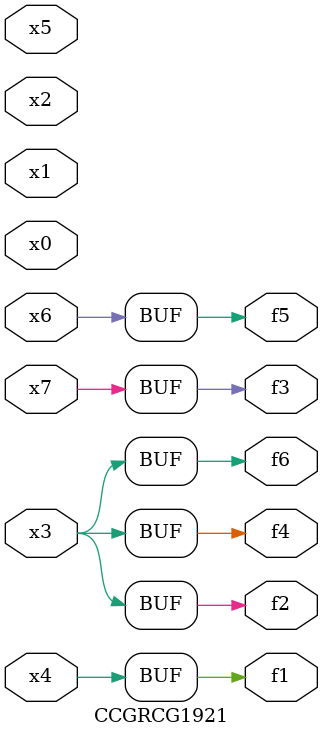
<source format=v>
module CCGRCG1921(
	input x0, x1, x2, x3, x4, x5, x6, x7,
	output f1, f2, f3, f4, f5, f6
);
	assign f1 = x4;
	assign f2 = x3;
	assign f3 = x7;
	assign f4 = x3;
	assign f5 = x6;
	assign f6 = x3;
endmodule

</source>
